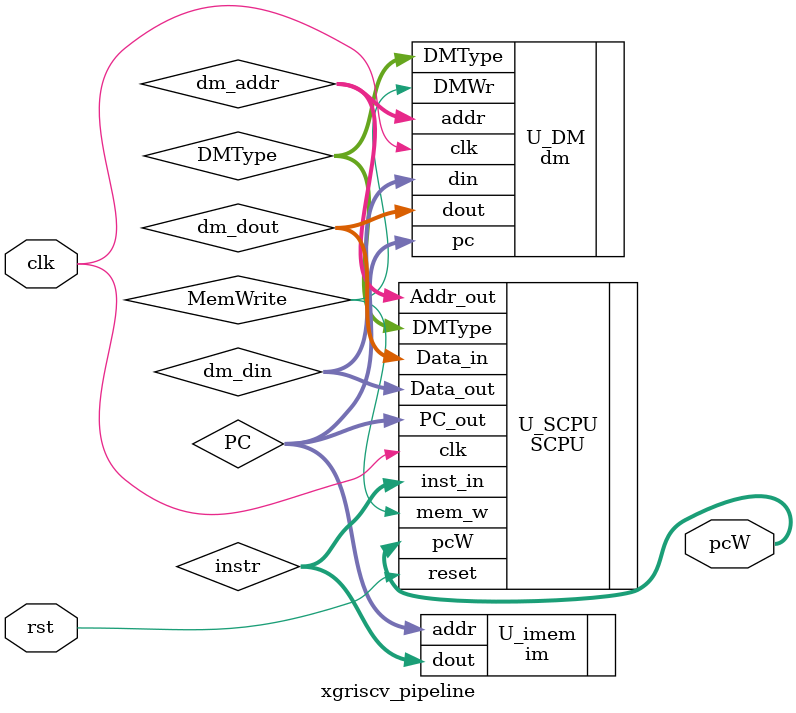
<source format=v>
module xgriscv_pipeline(clk, rst, pcW);//liar
   input          clk;
   input          rst;
   //input [4:0]    reg_sel;
   //output [31:0]  reg_data;
   output [31:0]  pcW;
   
   wire [31:0]    instr;
   wire [31:0]    PC;
   wire           MemWrite;
   wire [31:0]    dm_addr, dm_din, dm_dout;
   wire [2:0]     DMType;
   
   //wire rst = ~rstn;
       
  // instantiation of single-cycle CPU   
   SCPU U_SCPU(
         .clk(clk),                 // input:  cpu clock
         .reset(rst),                 // input:  reset
         .inst_in(instr),             // input:  instruction
         .Data_in(dm_dout),        // input:  data to cpu  
         .mem_w(MemWrite),       // output: memory write signal
         .PC_out(PC),                   // output: PC
         .pcW(pcW), // better: from PC output pcW
         .Addr_out(dm_addr),          // output: address from cpu to memory
         .Data_out(dm_din),        // output: data from cpu to memory
         .DMType(DMType)
         //.reg_sel(reg_sel),         // input:  register selection
         //.reg_data(reg_data)        // output: register data
         );
         
  // instantiation of data memory  
   dm    U_DM(
         .clk(clk),           // input:  cpu clock
         .DMWr(MemWrite),     // input:  ram write
         .addr(dm_addr), // input:  ram address  //why [8:2]
         .din(dm_din),        // input:  data to ram
         .dout(dm_dout),       // output: data from ram
         .pc(PC),//fix for the added pc!
         .DMType(DMType)
         );
         
  // instantiation of intruction memory (used for simulation)
   //im    U_IM ( 
   im    U_imem ( 
      .addr(PC),     // input:  rom address //why [8:2]
      .dout(instr)        // output: instruction
   );
        
endmodule


</source>
